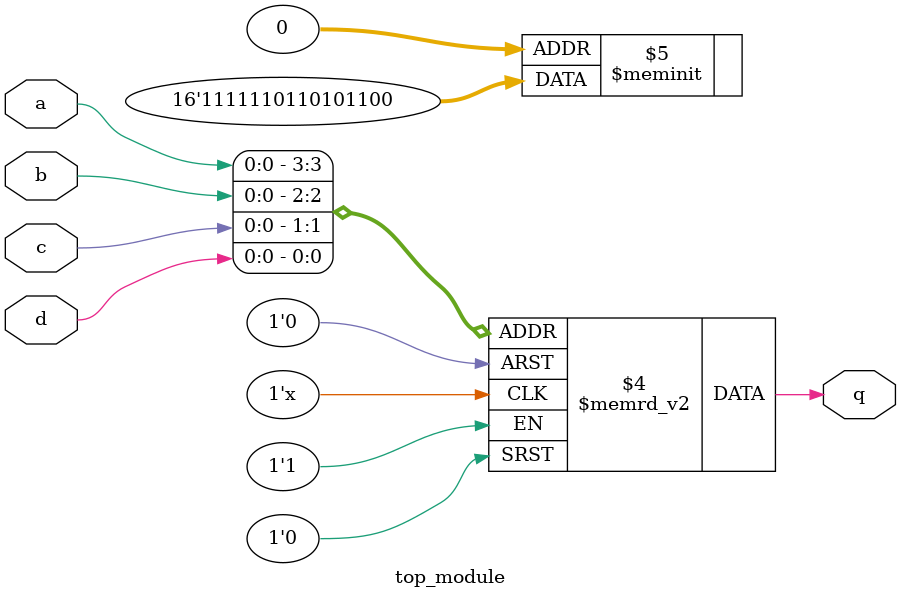
<source format=sv>
module top_module (
    input a, 
    input b, 
    input c, 
    input d,
    output reg q
);

    always @(*) begin
        case({a, b, c, d})
            4'b0000: q = 1'b0;
            4'b0001: q = 1'b0;
            4'b0010: q = 1'b1;
            4'b0011: q = 1'b1;
            4'b0100: q = 1'b0;
            4'b0101: q = 1'b1;
            4'b0110: q = 1'b0; // Fix
            4'b0111: q = 1'b1;
            4'b1000: q = 1'b1; // Fix
            4'b1001: q = 1'b0;
            4'b1010: q = 1'b1;
            4'b1011: q = 1'b1;
            4'b1100: q = 1'b1;
            4'b1101: q = 1'b1;
            4'b1110: q = 1'b1;
            4'b1111: q = 1'b1;
            default: q = 1'b0;
        endcase
    end
    
endmodule

</source>
